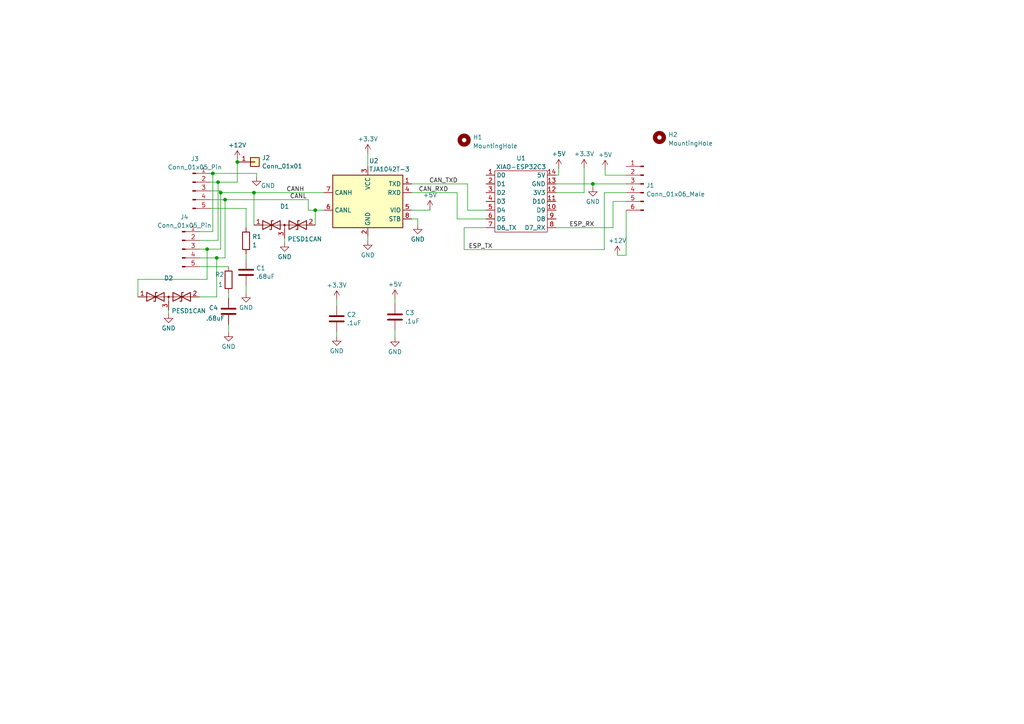
<source format=kicad_sch>
(kicad_sch (version 20230121) (generator eeschema)
  (paper "A4")
  (lib_symbols
    (symbol "Connector:Conn_01x05_Pin" (pin_names (offset 1.016) hide)
      (property "Reference" "J" (at 0 7.62 0))
      (property "Value" "Conn_01x05_Pin" (at 0 -7.62 0))
      (symbol "Conn_01x05_Pin_1_1"
        (polyline (pts (xy 1.27 -5.08) (xy 0.8636 -5.08)) (stroke (width 0.1524)))
        (polyline (pts (xy 1.27 -2.54) (xy 0.8636 -2.54)) (stroke (width 0.1524)))
        (polyline (pts (xy 1.27 0) (xy 0.8636 0)) (stroke (width 0.1524)))
        (polyline (pts (xy 1.27 2.54) (xy 0.8636 2.54)) (stroke (width 0.1524)))
        (polyline (pts (xy 1.27 5.08) (xy 0.8636 5.08)) (stroke (width 0.1524)))
        (rectangle (start 0.8636 -4.953) (end 0 -5.207) (stroke (width 0.1524)) (fill (type outline)))
        (rectangle (start 0.8636 -2.413) (end 0 -2.667) (stroke (width 0.1524)) (fill (type outline)))
        (rectangle (start 0.8636 0.127) (end 0 -0.127) (stroke (width 0.1524)) (fill (type outline)))
        (rectangle (start 0.8636 2.667) (end 0 2.413) (stroke (width 0.1524)) (fill (type outline)))
        (rectangle (start 0.8636 5.207) (end 0 4.953) (stroke (width 0.1524)) (fill (type outline)))
        (pin passive line (at 5.08 5.08 180) (length 3.81) (name "Pin_1") (number "1"))
        (pin passive line (at 5.08 2.54 180) (length 3.81) (name "Pin_2") (number "2"))
        (pin passive line (at 5.08 0 180) (length 3.81) (name "Pin_3") (number "3"))
        (pin passive line (at 5.08 -2.54 180) (length 3.81) (name "Pin_4") (number "4"))
        (pin passive line (at 5.08 -5.08 180) (length 3.81) (name "Pin_5") (number "5"))
      )
    )
    (symbol "Connector:Conn_01x06_Male" (pin_names (offset 1.016) hide)
      (property "Reference" "J" (at 0 7.62 0))
      (property "Value" "Conn_01x06_Male" (at 0 -10.16 0))
      (symbol "Conn_01x06_Male_1_1"
        (polyline (pts (xy 1.27 -7.62) (xy 0.8636 -7.62)) (stroke (width 0.1524)))
        (polyline (pts (xy 1.27 -5.08) (xy 0.8636 -5.08)) (stroke (width 0.1524)))
        (polyline (pts (xy 1.27 -2.54) (xy 0.8636 -2.54)) (stroke (width 0.1524)))
        (polyline (pts (xy 1.27 0) (xy 0.8636 0)) (stroke (width 0.1524)))
        (polyline (pts (xy 1.27 2.54) (xy 0.8636 2.54)) (stroke (width 0.1524)))
        (polyline (pts (xy 1.27 5.08) (xy 0.8636 5.08)) (stroke (width 0.1524)))
        (rectangle (start 0.8636 -7.493) (end 0 -7.747) (stroke (width 0.1524)) (fill (type outline)))
        (rectangle (start 0.8636 -4.953) (end 0 -5.207) (stroke (width 0.1524)) (fill (type outline)))
        (rectangle (start 0.8636 -2.413) (end 0 -2.667) (stroke (width 0.1524)) (fill (type outline)))
        (rectangle (start 0.8636 0.127) (end 0 -0.127) (stroke (width 0.1524)) (fill (type outline)))
        (rectangle (start 0.8636 2.667) (end 0 2.413) (stroke (width 0.1524)) (fill (type outline)))
        (rectangle (start 0.8636 5.207) (end 0 4.953) (stroke (width 0.1524)) (fill (type outline)))
        (pin passive line (at 5.08 5.08 180) (length 3.81) (name "Pin_1") (number "1"))
        (pin passive line (at 5.08 2.54 180) (length 3.81) (name "Pin_2") (number "2"))
        (pin passive line (at 5.08 0 180) (length 3.81) (name "Pin_3") (number "3"))
        (pin passive line (at 5.08 -2.54 180) (length 3.81) (name "Pin_4") (number "4"))
        (pin passive line (at 5.08 -5.08 180) (length 3.81) (name "Pin_5") (number "5"))
        (pin passive line (at 5.08 -7.62 180) (length 3.81) (name "Pin_6") (number "6"))
      )
    )
    (symbol "Connector_Generic:Conn_01x01" (pin_names (offset 1.016) hide)
      (property "Reference" "J" (at 0 2.54 0))
      (property "Value" "Conn_01x01" (at 0 -2.54 0))
      (symbol "Conn_01x01_1_1"
        (rectangle (start -1.27 0.127) (end 0 -0.127) (stroke (width 0.1524)))
        (rectangle (start -1.27 1.27) (end 1.27 -1.27) (stroke (width 0.254)) (fill (type background)))
        (pin passive line (at -5.08 0 0) (length 3.81) (name "Pin_1") (number "1"))
      )
    )
    (symbol "Device:C" (pin_numbers hide) (pin_names (offset 0.254))
      (property "Reference" "C" (at 0.635 2.54 0))
      (property "Value" "C" (at 0.635 -2.54 0))
      (symbol "C_0_1"
        (polyline (pts (xy -2.032 -0.762) (xy 2.032 -0.762)) (stroke (width 0.508)))
        (polyline (pts (xy -2.032 0.762) (xy 2.032 0.762)) (stroke (width 0.508)))
      )
      (symbol "C_1_1"
        (pin passive line (at 0 3.81 270) (length 2.794) (name "~") (number "1"))
        (pin passive line (at 0 -3.81 90) (length 2.794) (name "~") (number "2"))
      )
    )
    (symbol "Device:D_TVS_Dual_AAC" (pin_names (offset 1.016) hide)
      (property "Reference" "D" (at 0 4.445 0))
      (property "Value" "D_TVS_Dual_AAC" (at 0 2.54 0))
      (symbol "D_TVS_Dual_AAC_0_0"
        (polyline (pts (xy 0 -1.27) (xy 0 0)))
      )
      (symbol "D_TVS_Dual_AAC_0_1"
        (polyline (pts (xy -6.35 0) (xy 6.35 0)))
        (polyline (pts (xy -3.302 1.27) (xy -3.81 1.27) (xy -3.81 -1.27) (xy -4.318 -1.27)) (stroke (width 0.254)))
        (polyline (pts (xy 4.318 1.27) (xy 3.81 1.27) (xy 3.81 -1.27) (xy 3.302 -1.27)) (stroke (width 0.254)))
        (polyline (pts (xy -6.35 1.27) (xy -1.27 -1.27) (xy -1.27 1.27) (xy -6.35 -1.27) (xy -6.35 1.27)) (stroke (width 0.254)))
        (polyline (pts (xy 6.35 1.27) (xy 1.27 -1.27) (xy 1.27 1.27) (xy 6.35 -1.27) (xy 6.35 1.27)) (stroke (width 0.254)))
        (circle (center 0 0) (radius 0.254) (fill (type outline)))
      )
      (symbol "D_TVS_Dual_AAC_1_1"
        (pin passive line (at -8.89 0 0) (length 2.54) (name "A1") (number "1"))
        (pin passive line (at 8.89 0 180) (length 2.54) (name "A2") (number "2"))
        (pin passive line (at 0 -3.81 90) (length 2.54) (name "common") (number "3"))
      )
    )
    (symbol "Device:R" (pin_numbers hide) (pin_names (offset 0))
      (property "Reference" "R" (at 2.032 0 90))
      (property "Value" "R" (at 0 0 90))
      (symbol "R_0_1"
        (rectangle (start -1.016 -2.54) (end 1.016 2.54) (stroke (width 0.254)))
      )
      (symbol "R_1_1"
        (pin passive line (at 0 3.81 270) (length 1.27) (name "~") (number "1"))
        (pin passive line (at 0 -3.81 90) (length 1.27) (name "~") (number "2"))
      )
    )
    (symbol "Interface_CAN_LIN:TJA1042T-3"
      (property "Reference" "U" (at -10.16 8.89 0))
      (property "Value" "TJA1042T-3" (at 1.27 8.89 0))
      (symbol "TJA1042T-3_0_1"
        (rectangle (start -10.16 7.62) (end 10.16 -7.62) (stroke (width 0.254)) (fill (type background)))
      )
      (symbol "TJA1042T-3_1_1"
        (pin input line (at -12.7 5.08 0) (length 2.54) (name "TXD") (number "1"))
        (pin power_in line (at 0 -10.16 90) (length 2.54) (name "GND") (number "2"))
        (pin power_in line (at 0 10.16 270) (length 2.54) (name "VCC") (number "3"))
        (pin output line (at -12.7 2.54 0) (length 2.54) (name "RXD") (number "4"))
        (pin power_in line (at -12.7 -2.54 0) (length 2.54) (name "VIO") (number "5"))
        (pin bidirectional line (at 12.7 -2.54 180) (length 2.54) (name "CANL") (number "6"))
        (pin bidirectional line (at 12.7 2.54 180) (length 2.54) (name "CANH") (number "7"))
        (pin input line (at -12.7 -5.08 0) (length 2.54) (name "STB") (number "8"))
      )
    )
    (symbol "Mechanical:MountingHole" (pin_names (offset 1.016))
      (property "Reference" "H" (at 0 5.08 0))
      (property "Value" "MountingHole" (at 0 3.175 0))
      (symbol "MountingHole_0_1"
        (circle (center 0 0) (radius 1.27) (stroke (width 1.27)))
      )
    )
    (symbol "custom:XIAO-ESP32C3"
      (property "Reference" "U1" (at 0 12.539 0))
      (property "Value" "XIAO-ESP32C3" (at 0 10.0021 0))
      (symbol "XIAO-ESP32C3_0_1"
        (rectangle (start -7.62 8.89) (end 7.62 -8.89) (stroke (width 0.1524)))
      )
      (symbol "XIAO-ESP32C3_1_1"
        (pin input line (at -10.16 7.62 0) (length 2.54) (name "D0") (number "1"))
        (pin input line (at 10.16 -2.54 180) (length 2.54) (name "D9") (number "10"))
        (pin input line (at 10.16 0 180) (length 2.54) (name "D10") (number "11"))
        (pin input line (at 10.16 2.54 180) (length 2.54) (name "3V3") (number "12"))
        (pin input line (at 10.16 5.08 180) (length 2.54) (name "GND") (number "13"))
        (pin input line (at 10.16 7.62 180) (length 2.54) (name "5V") (number "14"))
        (pin input line (at -10.16 5.08 0) (length 2.54) (name "D1") (number "2"))
        (pin input line (at -10.16 2.54 0) (length 2.54) (name "D2") (number "3"))
        (pin input line (at -10.16 0 0) (length 2.54) (name "D3") (number "4"))
        (pin input line (at -10.16 -2.54 0) (length 2.54) (name "D4") (number "5"))
        (pin input line (at -10.16 -5.08 0) (length 2.54) (name "D5") (number "6"))
        (pin input line (at -10.16 -7.62 0) (length 2.54) (name "D6_TX") (number "7"))
        (pin input line (at 10.16 -7.62 180) (length 2.54) (name "D7_RX") (number "8"))
        (pin input line (at 10.16 -5.08 180) (length 2.54) (name "D8") (number "9"))
      )
    )
    (symbol "power:+12V" (power) (pin_names (offset 0))
      (property "Value" "+12V" (at 0 3.556 0))
      (symbol "+12V_0_1"
        (polyline (pts (xy -0.762 1.27) (xy 0 2.54)))
        (polyline (pts (xy 0 0) (xy 0 2.54)))
        (polyline (pts (xy 0 2.54) (xy 0.762 1.27)))
      )
      (symbol "+12V_1_1"
        (pin power_in line (at 0 0 90) (length 0) hide (name "+12V") (number "1"))
      )
    )
    (symbol "power:+3.3V" (power) (pin_names (offset 0))
      (property "Value" "+3.3V" (at 0 3.556 0))
      (symbol "+3.3V_0_1"
        (polyline (pts (xy -0.762 1.27) (xy 0 2.54)))
        (polyline (pts (xy 0 0) (xy 0 2.54)))
        (polyline (pts (xy 0 2.54) (xy 0.762 1.27)))
      )
      (symbol "+3.3V_1_1"
        (pin power_in line (at 0 0 90) (length 0) hide (name "+3.3V") (number "1"))
      )
    )
    (symbol "power:+5V" (power) (pin_names (offset 0))
      (property "Value" "+5V" (at 0 3.556 0))
      (symbol "+5V_0_1"
        (polyline (pts (xy -0.762 1.27) (xy 0 2.54)))
        (polyline (pts (xy 0 0) (xy 0 2.54)))
        (polyline (pts (xy 0 2.54) (xy 0.762 1.27)))
      )
      (symbol "+5V_1_1"
        (pin power_in line (at 0 0 90) (length 0) hide (name "+5V") (number "1"))
      )
    )
    (symbol "power:GND" (power) (pin_names (offset 0))
      (property "Value" "GND" (at 0 -3.81 0))
      (symbol "GND_0_1"
        (polyline (pts (xy 0 0) (xy 0 -1.27) (xy 1.27 -1.27) (xy 0 -2.54) (xy -1.27 -1.27) (xy 0 -1.27)))
      )
      (symbol "GND_1_1"
        (pin power_in line (at 0 0 270) (length 0) hide (name "GND") (number "1"))
      )
    )
  )
  (junction (at 73.66 55.88))
  (junction (at 65.278 57.912))
  (junction (at 63.246 52.832))
  (junction (at 60.071 72.263))
  (junction (at 64.008 55.88))
  (junction (at 61.722 50.292))
  (junction (at 91.44 60.96))
  (junction (at 171.958 53.34))
  (junction (at 62.865 74.803))
  (junction (at 68.834 46.99))
  (wire (pts (xy 114.554 86.614) (xy 114.554 88.138)))
  (wire (pts (xy 124.714 60.96) (xy 124.714 60.706)))
  (wire (pts (xy 60.071 72.263) (xy 64.008 72.263)))
  (wire (pts (xy 134.62 72.39) (xy 134.62 66.04)))
  (wire (pts (xy 161.29 50.8) (xy 162.052 50.8)))
  (wire (pts (xy 106.68 44.45) (xy 106.68 48.26)))
  (wire (pts (xy 181.61 60.96) (xy 181.61 74.041)))
  (wire (pts (xy 57.912 77.343) (xy 66.294 77.343)))
  (wire (pts (xy 119.38 55.88) (xy 132.588 55.88)))
  (wire (pts (xy 63.246 52.832) (xy 68.834 52.832)))
  (wire (pts (xy 181.61 55.88) (xy 175.26 55.88)))
  (wire (pts (xy 169.418 48.768) (xy 169.418 55.88)))
  (wire (pts (xy 60.96 60.452) (xy 71.374 60.452)))
  (wire (pts (xy 68.834 52.832) (xy 68.834 46.99)))
  (wire (pts (xy 60.96 52.832) (xy 63.246 52.832)))
  (wire (pts (xy 62.865 86.106) (xy 62.865 74.803)))
  (wire (pts (xy 73.66 55.88) (xy 64.008 55.88)))
  (wire (pts (xy 97.663 96.266) (xy 97.663 97.663)))
  (wire (pts (xy 132.588 63.5) (xy 140.97 63.5)))
  (wire (pts (xy 91.44 60.96) (xy 91.44 65.278)))
  (wire (pts (xy 82.55 69.088) (xy 82.55 70.358)))
  (wire (pts (xy 40.005 81.026) (xy 40.005 86.106)))
  (wire (pts (xy 175.514 50.8) (xy 181.61 50.8)))
  (wire (pts (xy 65.278 57.912) (xy 89.408 57.912)))
  (wire (pts (xy 60.96 50.292) (xy 61.722 50.292)))
  (wire (pts (xy 57.785 86.106) (xy 62.865 86.106)))
  (wire (pts (xy 89.408 57.912) (xy 89.408 60.96)))
  (wire (pts (xy 62.865 74.803) (xy 65.278 74.803)))
  (wire (pts (xy 93.98 55.88) (xy 73.66 55.88)))
  (wire (pts (xy 106.68 68.58) (xy 106.68 69.85)))
  (wire (pts (xy 171.958 53.34) (xy 181.61 53.34)))
  (wire (pts (xy 71.374 82.804) (xy 71.374 85.09)))
  (wire (pts (xy 66.294 84.963) (xy 66.294 86.487)))
  (wire (pts (xy 60.071 81.026) (xy 60.071 72.263)))
  (wire (pts (xy 61.722 50.292) (xy 74.422 50.292)))
  (wire (pts (xy 97.663 86.868) (xy 97.663 88.646)))
  (wire (pts (xy 68.834 46.99) (xy 68.834 46.228)))
  (wire (pts (xy 134.62 66.04) (xy 140.97 66.04)))
  (wire (pts (xy 119.38 60.96) (xy 124.714 60.96)))
  (wire (pts (xy 73.66 55.88) (xy 73.66 65.278)))
  (wire (pts (xy 175.26 55.88) (xy 175.26 72.39)))
  (wire (pts (xy 57.912 74.803) (xy 62.865 74.803)))
  (wire (pts (xy 60.96 57.912) (xy 65.278 57.912)))
  (wire (pts (xy 135.636 53.34) (xy 135.636 60.96)))
  (wire (pts (xy 57.912 67.183) (xy 61.722 67.183)))
  (wire (pts (xy 40.005 81.026) (xy 60.071 81.026)))
  (wire (pts (xy 162.052 48.768) (xy 162.052 50.8)))
  (wire (pts (xy 57.912 69.723) (xy 63.246 69.723)))
  (wire (pts (xy 175.514 49.022) (xy 175.514 50.8)))
  (wire (pts (xy 177.8 66.04) (xy 161.29 66.04)))
  (wire (pts (xy 171.958 53.34) (xy 171.958 54.356)))
  (wire (pts (xy 181.61 58.42) (xy 177.8 58.42)))
  (wire (pts (xy 161.29 53.34) (xy 171.958 53.34)))
  (wire (pts (xy 48.895 89.916) (xy 48.895 91.059)))
  (wire (pts (xy 65.278 74.803) (xy 65.278 57.912)))
  (wire (pts (xy 114.554 95.758) (xy 114.554 97.917)))
  (wire (pts (xy 63.246 69.723) (xy 63.246 52.832)))
  (wire (pts (xy 132.588 55.88) (xy 132.588 63.5)))
  (wire (pts (xy 181.61 74.041) (xy 179.07 74.041)))
  (wire (pts (xy 71.374 73.66) (xy 71.374 75.184)))
  (wire (pts (xy 89.408 60.96) (xy 91.44 60.96)))
  (wire (pts (xy 61.722 50.292) (xy 61.722 67.183)))
  (wire (pts (xy 161.29 55.88) (xy 169.418 55.88)))
  (wire (pts (xy 119.38 53.34) (xy 135.636 53.34)))
  (wire (pts (xy 119.38 63.5) (xy 121.158 63.5)))
  (wire (pts (xy 64.008 55.88) (xy 64.008 72.263)))
  (wire (pts (xy 57.912 72.263) (xy 60.071 72.263)))
  (wire (pts (xy 177.8 58.42) (xy 177.8 66.04)))
  (wire (pts (xy 64.008 55.88) (xy 64.008 55.372)))
  (wire (pts (xy 71.374 60.452) (xy 71.374 66.04)))
  (wire (pts (xy 66.294 94.107) (xy 66.294 96.393)))
  (wire (pts (xy 135.636 60.96) (xy 140.97 60.96)))
  (wire (pts (xy 64.008 55.372) (xy 60.96 55.372)))
  (wire (pts (xy 91.44 60.96) (xy 93.98 60.96)))
  (wire (pts (xy 179.07 74.041) (xy 179.07 73.914)))
  (wire (pts (xy 74.422 50.292) (xy 74.422 51.308)))
  (wire (pts (xy 121.158 63.5) (xy 121.158 65.278)))
  (wire (pts (xy 175.26 72.39) (xy 134.62 72.39)))
  (label "CAN_RXD" (at 121.412 55.88 0))
  (label "CANH" (at 83.058 55.88 0))
  (label "ESP_RX" (at 165.1 66.04 0))
  (label "CANL" (at 84.074 57.912 0))
  (label "CAN_TXD" (at 124.46 53.34 0))
  (label "ESP_TX" (at 135.89 72.39 0))
  (symbol (lib_id "power:GND") (at 106.68 69.85 0) (unit 1)
    (property "Reference" "#PWR02" (effects hide))
    (property "Value" "GND" (at 106.68 73.9831 0))
  )
  (symbol (lib_id "Connector_Generic:Conn_01x01") (at 73.914 46.99 0) (unit 1)
    (property "Reference" "J2" (at 75.946 45.7779 0) (effects (justify left)))
    (property "Value" "Conn_01x01" (at 75.946 48.2021 0) (effects (justify left)))
    (property "Footprint" "TestPoint:TestPoint_THTPad_2.0x2.0mm_Drill1.0mm" (effects hide))
  )
  (symbol (lib_id "power:+5V") (at 124.714 60.706 0) (unit 1)
    (property "Reference" "#PWR07" (effects hide))
    (property "Value" "+5V" (at 124.714 56.5729 0))
  )
  (symbol (lib_id "power:GND") (at 71.374 85.09 0) (unit 1)
    (property "Reference" "#PWR010" (effects hide))
    (property "Value" "GND" (at 71.374 89.2231 0))
  )
  (symbol (lib_id "power:+12V") (at 179.07 73.914 0) (unit 1)
    (property "Reference" "#PWR017" (effects hide))
    (property "Value" "+12V" (at 179.07 69.7809 0))
  )
  (symbol (lib_id "power:GND") (at 121.158 65.278 0) (unit 1)
    (property "Reference" "#PWR012" (effects hide))
    (property "Value" "GND" (at 121.158 69.4111 0))
  )
  (symbol (lib_id "Device:R") (at 66.294 81.153 0) (unit 1)
    (property "Reference" "R2" (at 62.357 79.629 0) (effects (justify left)))
    (property "Value" "1" (at 63.246 82.55 0) (effects (justify left)))
    (property "Footprint" "Resistor_SMD:R_0805_2012Metric_Pad1.20x1.40mm_HandSolder" (effects hide))
  )
  (symbol (lib_id "Device:C") (at 66.294 90.297 0) (unit 1)
    (property "Reference" "C4" (at 60.579 89.281 0) (effects (justify left)))
    (property "Value" ".68uF" (at 59.69 92.329 0) (effects (justify left)))
    (property "Footprint" "Capacitor_SMD:C_0805_2012Metric_Pad1.18x1.45mm_HandSolder" (effects hide))
  )
  (symbol (lib_id "Device:R") (at 71.374 69.85 0) (unit 1)
    (property "Reference" "R1" (at 73.152 68.6379 0) (effects (justify left)))
    (property "Value" "1" (at 73.152 71.0621 0) (effects (justify left)))
    (property "Footprint" "Resistor_SMD:R_0805_2012Metric_Pad1.20x1.40mm_HandSolder" (effects hide))
  )
  (symbol (lib_id "power:GND") (at 74.422 51.308 0) (unit 1)
    (property "Reference" "#PWR08" (effects hide))
    (property "Value" "GND" (at 77.724 53.848 0))
  )
  (symbol (lib_id "Device:C") (at 114.554 91.948 0) (unit 1)
    (property "Reference" "C3" (at 117.475 90.7359 0) (effects (justify left)))
    (property "Value" ".1uF" (at 117.475 93.1601 0) (effects (justify left)))
    (property "Footprint" "Capacitor_SMD:C_0805_2012Metric_Pad1.18x1.45mm_HandSolder" (effects hide))
  )
  (symbol (lib_id "Device:C") (at 97.663 92.456 0) (unit 1)
    (property "Reference" "C2" (at 100.584 91.2439 0) (effects (justify left)))
    (property "Value" ".1uF" (at 100.584 93.6681 0) (effects (justify left)))
    (property "Footprint" "Capacitor_SMD:C_0805_2012Metric_Pad1.18x1.45mm_HandSolder" (effects hide))
  )
  (symbol (lib_id "power:GND") (at 66.294 96.393 0) (unit 1)
    (property "Reference" "#PWR018" (effects hide))
    (property "Value" "GND" (at 66.294 100.5261 0))
  )
  (symbol (lib_id "power:+12V") (at 68.834 46.228 0) (unit 1)
    (property "Reference" "#PWR09" (effects hide))
    (property "Value" "+12V" (at 68.834 42.0949 0))
  )
  (symbol (lib_id "power:GND") (at 48.895 91.059 0) (unit 1)
    (property "Reference" "#PWR019" (effects hide))
    (property "Value" "GND" (at 48.895 95.1921 0))
  )
  (symbol (lib_id "Device:D_TVS_Dual_AAC") (at 82.55 65.278 0) (unit 1)
    (property "Reference" "D1" (at 82.55 59.8637 0))
    (property "Value" "PESD1CAN" (at 88.392 69.342 0))
    (property "Footprint" "Package_TO_SOT_SMD:SOT-23" (effects hide))
  )
  (symbol (lib_id "power:GND") (at 82.55 70.358 0) (unit 1)
    (property "Reference" "#PWR011" (effects hide))
    (property "Value" "GND" (at 82.55 74.4911 0))
  )
  (symbol (lib_id "Connector:Conn_01x06_Male") (at 186.69 53.34 0) (mirror y) (unit 1)
    (property "Reference" "J1" (at 187.4012 53.7753 0) (effects (justify right)))
    (property "Value" "Conn_01x06_Male" (at 187.4012 56.3122 0) (effects (justify right)))
    (property "Footprint" "Connector_PinHeader_2.54mm:PinHeader_1x06_P2.54mm_Vertical" (effects hide))
  )
  (symbol (lib_id "Interface_CAN_LIN:TJA1042T-3") (at 106.68 58.42 0) (mirror y) (unit 1)
    (property "Reference" "U2" (at 107.0259 46.6557 0) (effects (justify right)))
    (property "Value" "TJA1042T-3" (at 107.0259 49.0799 0) (effects (justify right)))
    (property "Footprint" "Package_SO:SOIC-8_3.9x4.9mm_P1.27mm" (effects hide))
    (property "Datasheet" "http://www.nxp.com/docs/en/data-sheet/TJA1042.pdf" (effects hide))
  )
  (symbol (lib_id "power:+3.3V") (at 169.418 48.768 0) (unit 1)
    (property "Reference" "#PWR04" (effects hide))
    (property "Value" "+3.3V" (at 169.418 44.6349 0))
  )
  (symbol (lib_id "Device:C") (at 71.374 78.994 0) (unit 1)
    (property "Reference" "C1" (at 74.295 77.7819 0) (effects (justify left)))
    (property "Value" ".68uF" (at 74.295 80.2061 0) (effects (justify left)))
    (property "Footprint" "Capacitor_SMD:C_0805_2012Metric_Pad1.18x1.45mm_HandSolder" (effects hide))
  )
  (symbol (lib_id "Connector:Conn_01x05_Pin") (at 55.88 55.372 0) (unit 1)
    (property "Reference" "J3" (at 56.515 46.0715 0))
    (property "Value" "Conn_01x05_Pin" (at 56.515 48.4957 0))
    (property "Footprint" "TerminalBlock_4Ucon:TerminalBlock_4Ucon_1x05_P3.50mm_Horizontal" (effects hide))
  )
  (symbol (lib_id "power:GND") (at 114.554 97.917 0) (unit 1)
    (property "Reference" "#PWR016" (effects hide))
    (property "Value" "GND" (at 114.554 102.0501 0))
  )
  (symbol (lib_id "power:+5V") (at 175.514 49.022 0) (unit 1)
    (property "Reference" "#PWR03" (effects hide))
    (property "Value" "+5V" (at 175.514 44.8889 0))
  )
  (symbol (lib_id "power:+5V") (at 114.554 86.614 0) (unit 1)
    (property "Reference" "#PWR014" (effects hide))
    (property "Value" "+5V" (at 114.554 82.4809 0))
  )
  (symbol (lib_id "Mechanical:MountingHole") (at 191.262 39.878 0) (unit 1)
    (property "Reference" "H2" (at 193.802 39.0433 0) (effects (justify left)))
    (property "Value" "MountingHole" (at 193.802 41.5802 0) (effects (justify left)))
    (property "Footprint" "MountingHole:MountingHole_2.7mm_M2.5_DIN965" (effects hide))
  )
  (symbol (lib_id "power:GND") (at 97.663 97.663 0) (unit 1)
    (property "Reference" "#PWR015" (effects hide))
    (property "Value" "GND" (at 97.663 101.7961 0))
  )
  (symbol (lib_id "Mechanical:MountingHole") (at 134.62 40.64 0) (unit 1)
    (property "Reference" "H1" (at 137.16 39.8053 0) (effects (justify left)))
    (property "Value" "MountingHole" (at 137.16 42.3422 0) (effects (justify left)))
    (property "Footprint" "MountingHole:MountingHole_2.7mm_M2.5_DIN965" (effects hide))
  )
  (symbol (lib_id "Connector:Conn_01x05_Pin") (at 52.832 72.263 0) (unit 1)
    (property "Reference" "J4" (at 53.467 62.9625 0))
    (property "Value" "Conn_01x05_Pin" (at 53.467 65.3867 0))
    (property "Footprint" "Connector_JST:JST_PH_S5B-PH-SM4-TB_1x05-1MP_P2.00mm_Horizontal" (effects hide))
  )
  (symbol (lib_id "Device:D_TVS_Dual_AAC") (at 48.895 86.106 0) (unit 1)
    (property "Reference" "D2" (at 48.895 80.6917 0))
    (property "Value" "PESD1CAN" (at 54.737 90.17 0))
    (property "Footprint" "Package_TO_SOT_SMD:SOT-23" (effects hide))
  )
  (symbol (lib_id "power:+5V") (at 162.052 48.768 0) (unit 1)
    (property "Reference" "#PWR05" (effects hide))
    (property "Value" "+5V" (at 162.052 44.6349 0))
  )
  (symbol (lib_id "custom:XIAO-ESP32C3") (at 151.13 58.42 0) (unit 1)
    (property "Reference" "U1" (at 151.13 45.881 0))
    (property "Value" "XIAO-ESP32C3" (at 151.13 48.4179 0))
    (property "Footprint" "custom:XIAO-ESP32C3_smt" (effects hide))
  )
  (symbol (lib_id "power:GND") (at 171.958 54.356 0) (unit 1)
    (property "Reference" "#PWR01" (effects hide))
    (property "Value" "GND" (at 171.958 58.4891 0))
  )
  (symbol (lib_id "power:+3.3V") (at 97.663 86.868 0) (unit 1)
    (property "Reference" "#PWR013" (effects hide))
    (property "Value" "+3.3V" (at 97.663 82.7349 0))
  )
  (symbol (lib_id "power:+3.3V") (at 106.68 44.45 0) (unit 1)
    (property "Reference" "#PWR06" (effects hide))
    (property "Value" "+3.3V" (at 106.68 40.3169 0))
  )
)
</source>
